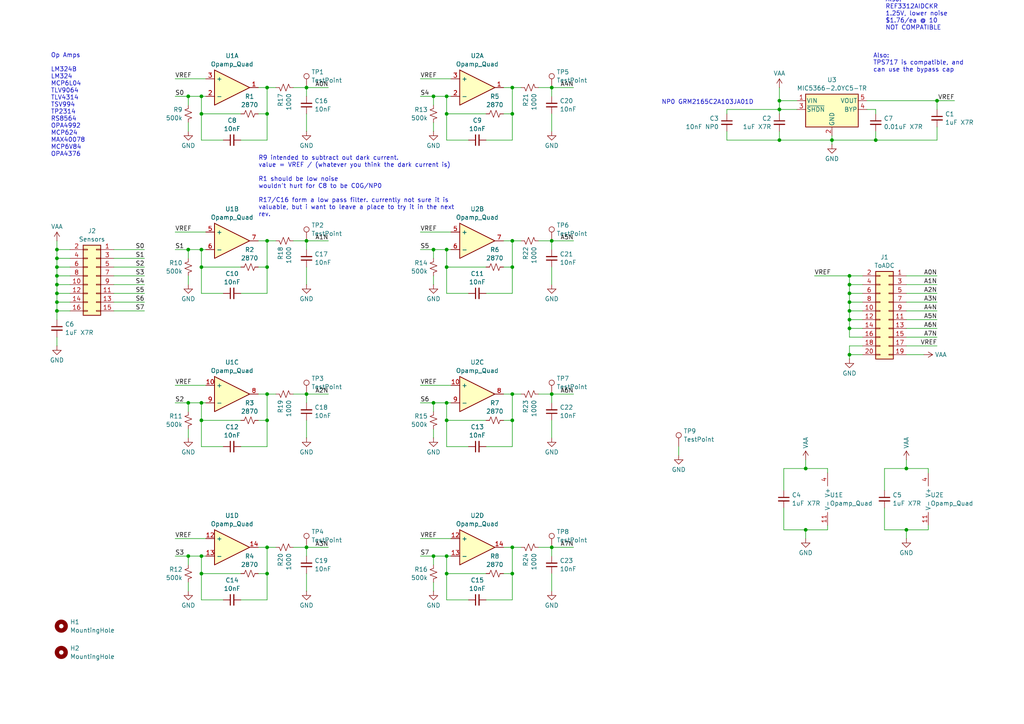
<source format=kicad_sch>
(kicad_sch (version 20231120) (generator "eeschema") (generator_version "8.0")
  (paper "A4")
  (lib_symbols
    (symbol "Connector:TestPoint" (pin_numbers hide) (pin_names (offset 0.762) hide)
      (property "Reference" "TP" (at 0 6.858 0))
      (property "Value" "TestPoint" (at 0 5.08 0))
      (symbol "TestPoint_1_1"
        (pin passive line (at 0 0 90) (length 2.54) (name "1") (number "1"))
      )
    )
    (symbol "Connector_Generic:Conn_02x08_Odd_Even" (pin_names (offset 1.016) hide)
      (property "Reference" "J" (at 1.27 10.16 0))
      (property "Value" "Conn_02x08_Odd_Even" (at 1.27 -12.7 0))
      (symbol "Conn_02x08_Odd_Even_1_1"
        (pin passive line (at -5.08 7.62 0) (length 3.81) (name "Pin_1") (number "1"))
        (pin passive line (at 7.62 -2.54 180) (length 3.81) (name "Pin_10") (number "10"))
        (pin passive line (at -5.08 -5.08 0) (length 3.81) (name "Pin_11") (number "11"))
        (pin passive line (at 7.62 -5.08 180) (length 3.81) (name "Pin_12") (number "12"))
        (pin passive line (at -5.08 -7.62 0) (length 3.81) (name "Pin_13") (number "13"))
        (pin passive line (at 7.62 -7.62 180) (length 3.81) (name "Pin_14") (number "14"))
        (pin passive line (at -5.08 -10.16 0) (length 3.81) (name "Pin_15") (number "15"))
        (pin passive line (at 7.62 -10.16 180) (length 3.81) (name "Pin_16") (number "16"))
        (pin passive line (at 7.62 7.62 180) (length 3.81) (name "Pin_2") (number "2"))
        (pin passive line (at -5.08 5.08 0) (length 3.81) (name "Pin_3") (number "3"))
        (pin passive line (at 7.62 5.08 180) (length 3.81) (name "Pin_4") (number "4"))
        (pin passive line (at -5.08 2.54 0) (length 3.81) (name "Pin_5") (number "5"))
        (pin passive line (at 7.62 2.54 180) (length 3.81) (name "Pin_6") (number "6"))
        (pin passive line (at -5.08 0 0) (length 3.81) (name "Pin_7") (number "7"))
        (pin passive line (at 7.62 0 180) (length 3.81) (name "Pin_8") (number "8"))
        (pin passive line (at -5.08 -2.54 0) (length 3.81) (name "Pin_9") (number "9"))
      )
    )
    (symbol "Connector_Generic:Conn_02x10_Odd_Even" (pin_names (offset 1.016) hide)
      (property "Reference" "J" (at 1.27 12.7 0))
      (property "Value" "Conn_02x10_Odd_Even" (at 1.27 -15.24 0))
      (symbol "Conn_02x10_Odd_Even_1_1"
        (pin passive line (at -5.08 10.16 0) (length 3.81) (name "Pin_1") (number "1"))
        (pin passive line (at 7.62 0 180) (length 3.81) (name "Pin_10") (number "10"))
        (pin passive line (at -5.08 -2.54 0) (length 3.81) (name "Pin_11") (number "11"))
        (pin passive line (at 7.62 -2.54 180) (length 3.81) (name "Pin_12") (number "12"))
        (pin passive line (at -5.08 -5.08 0) (length 3.81) (name "Pin_13") (number "13"))
        (pin passive line (at 7.62 -5.08 180) (length 3.81) (name "Pin_14") (number "14"))
        (pin passive line (at -5.08 -7.62 0) (length 3.81) (name "Pin_15") (number "15"))
        (pin passive line (at 7.62 -7.62 180) (length 3.81) (name "Pin_16") (number "16"))
        (pin passive line (at -5.08 -10.16 0) (length 3.81) (name "Pin_17") (number "17"))
        (pin passive line (at 7.62 -10.16 180) (length 3.81) (name "Pin_18") (number "18"))
        (pin passive line (at -5.08 -12.7 0) (length 3.81) (name "Pin_19") (number "19"))
        (pin passive line (at 7.62 10.16 180) (length 3.81) (name "Pin_2") (number "2"))
        (pin passive line (at 7.62 -12.7 180) (length 3.81) (name "Pin_20") (number "20"))
        (pin passive line (at -5.08 7.62 0) (length 3.81) (name "Pin_3") (number "3"))
        (pin passive line (at 7.62 7.62 180) (length 3.81) (name "Pin_4") (number "4"))
        (pin passive line (at -5.08 5.08 0) (length 3.81) (name "Pin_5") (number "5"))
        (pin passive line (at 7.62 5.08 180) (length 3.81) (name "Pin_6") (number "6"))
        (pin passive line (at -5.08 2.54 0) (length 3.81) (name "Pin_7") (number "7"))
        (pin passive line (at 7.62 2.54 180) (length 3.81) (name "Pin_8") (number "8"))
        (pin passive line (at -5.08 0 0) (length 3.81) (name "Pin_9") (number "9"))
      )
    )
    (symbol "Device:C_Small" (pin_numbers hide) (pin_names (offset 0.254) hide)
      (property "Reference" "C" (at 0.254 1.778 0))
      (property "Value" "C_Small" (at 0.254 -2.032 0))
      (symbol "C_Small_1_1"
        (pin passive line (at 0 2.54 270) (length 2.032) (name "~") (number "1"))
        (pin passive line (at 0 -2.54 90) (length 2.032) (name "~") (number "2"))
      )
    )
    (symbol "Device:Opamp_Quad"
      (property "Reference" "U" (at 0 5.08 0))
      (property "Value" "Opamp_Quad" (at 0 -5.08 0))
      (symbol "Opamp_Quad_1_1"
        (pin output line (at 7.62 0 180) (length 2.54) (name "~") (number "1"))
        (pin input line (at -7.62 -2.54 0) (length 2.54) (name "-") (number "2"))
        (pin input line (at -7.62 2.54 0) (length 2.54) (name "+") (number "3"))
      )
      (symbol "Opamp_Quad_2_1"
        (pin input line (at -7.62 2.54 0) (length 2.54) (name "+") (number "5"))
        (pin input line (at -7.62 -2.54 0) (length 2.54) (name "-") (number "6"))
        (pin output line (at 7.62 0 180) (length 2.54) (name "~") (number "7"))
      )
      (symbol "Opamp_Quad_3_1"
        (pin input line (at -7.62 2.54 0) (length 2.54) (name "+") (number "10"))
        (pin output line (at 7.62 0 180) (length 2.54) (name "~") (number "8"))
        (pin input line (at -7.62 -2.54 0) (length 2.54) (name "-") (number "9"))
      )
      (symbol "Opamp_Quad_4_1"
        (pin input line (at -7.62 2.54 0) (length 2.54) (name "+") (number "12"))
        (pin input line (at -7.62 -2.54 0) (length 2.54) (name "-") (number "13"))
        (pin output line (at 7.62 0 180) (length 2.54) (name "~") (number "14"))
      )
      (symbol "Opamp_Quad_5_1"
        (pin power_in line (at -2.54 -7.62 90) (length 3.81) (name "V-") (number "11"))
        (pin power_in line (at -2.54 7.62 270) (length 3.81) (name "V+") (number "4"))
      )
    )
    (symbol "Device:R_Small_US" (pin_numbers hide) (pin_names (offset 0.254) hide)
      (property "Reference" "R" (at 0.762 0.508 0))
      (property "Value" "R_Small_US" (at 0.762 -1.016 0))
      (symbol "R_Small_US_1_1"
        (pin passive line (at 0 2.54 270) (length 1.016) (name "~") (number "1"))
        (pin passive line (at 0 -2.54 90) (length 1.016) (name "~") (number "2"))
      )
    )
    (symbol "Mechanical:MountingHole" (pin_names (offset 1.016)) (exclude_from_sim yes) (in_bom no)
      (property "Reference" "H" (at 0 5.08 0))
      (property "Value" "MountingHole" (at 0 3.175 0))
    )
    (symbol "Regulator_Linear:APE8865U5-20-HF-3" (pin_names (offset 0.254))
      (property "Reference" "U" (at -6.35 5.715 0))
      (property "Value" "APE8865U5-20-HF-3" (at -3.175 5.715 0))
      (symbol "APE8865U5-20-HF-3_1_1"
        (pin power_in line (at -10.16 2.54 0) (length 2.54) (name "VIN") (number "1"))
        (pin power_in line (at 0 -7.62 90) (length 2.54) (name "GND") (number "2"))
        (pin input line (at -10.16 0 0) (length 2.54) (name "~{SHDN}") (number "3"))
        (pin input line (at 10.16 0 180) (length 2.54) (name "BYP") (number "4"))
        (pin power_out line (at 10.16 2.54 180) (length 2.54) (name "VOUT") (number "5"))
      )
    )
    (symbol "power:GND" (power) (pin_numbers hide) (pin_names (offset 0) hide)
      (property "Value" "GND" (at 0 -3.81 0))
      (symbol "GND_1_1"
        (pin power_in line (at 0 0 270) (length 0) (name "~") (number "1"))
      )
    )
    (symbol "power:VAA" (power) (pin_numbers hide) (pin_names (offset 0) hide)
      (property "Value" "VAA" (at 0 3.556 0))
      (symbol "VAA_1_1"
        (pin power_in line (at 0 0 90) (length 0) (name "~") (number "1"))
      )
    )
  )
  (junction (at 129.54 77.47))
  (junction (at 271.78 29.21))
  (junction (at 233.68 153.67))
  (junction (at 148.59 33.02))
  (junction (at 88.9 69.85))
  (junction (at 246.38 87.63))
  (junction (at 148.59 121.92))
  (junction (at 160.02 158.75))
  (junction (at 77.47 69.85))
  (junction (at 129.54 161.29))
  (junction (at 16.51 85.09))
  (junction (at 246.38 85.09))
  (junction (at 16.51 77.47))
  (junction (at 77.47 77.47))
  (junction (at 148.59 69.85))
  (junction (at 58.42 33.02))
  (junction (at 16.51 74.93))
  (junction (at 129.54 121.92))
  (junction (at 88.9 158.75))
  (junction (at 54.61 161.29))
  (junction (at 148.59 114.3))
  (junction (at 125.73 27.94))
  (junction (at 54.61 72.39))
  (junction (at 129.54 33.02))
  (junction (at 58.42 166.37))
  (junction (at 125.73 161.29))
  (junction (at 246.38 90.17))
  (junction (at 77.47 158.75))
  (junction (at 54.61 27.94))
  (junction (at 58.42 161.29))
  (junction (at 16.51 87.63))
  (junction (at 129.54 72.39))
  (junction (at 129.54 116.84))
  (junction (at 241.3 40.64))
  (junction (at 148.59 25.4))
  (junction (at 129.54 166.37))
  (junction (at 262.89 153.67))
  (junction (at 246.38 92.71))
  (junction (at 125.73 72.39))
  (junction (at 77.47 121.92))
  (junction (at 160.02 114.3))
  (junction (at 58.42 116.84))
  (junction (at 246.38 80.01))
  (junction (at 88.9 114.3))
  (junction (at 125.73 116.84))
  (junction (at 226.06 31.75))
  (junction (at 58.42 72.39))
  (junction (at 77.47 166.37))
  (junction (at 226.06 29.21))
  (junction (at 88.9 25.4))
  (junction (at 160.02 69.85))
  (junction (at 148.59 158.75))
  (junction (at 233.68 135.89))
  (junction (at 16.51 82.55))
  (junction (at 254 40.64))
  (junction (at 16.51 80.01))
  (junction (at 226.06 40.64))
  (junction (at 160.02 25.4))
  (junction (at 77.47 25.4))
  (junction (at 16.51 90.17))
  (junction (at 16.51 72.39))
  (junction (at 129.54 27.94))
  (junction (at 54.61 116.84))
  (junction (at 58.42 77.47))
  (junction (at 262.89 135.89))
  (junction (at 246.38 95.25))
  (junction (at 77.47 33.02))
  (junction (at 58.42 27.94))
  (junction (at 77.47 114.3))
  (junction (at 246.38 82.55))
  (junction (at 246.38 102.87))
  (junction (at 148.59 77.47))
  (junction (at 58.42 121.92))
  (junction (at 148.59 166.37))
  (wire (pts (xy 64.77 85.09) (xy 58.42 85.09)))
  (wire (pts (xy 233.68 135.89) (xy 240.03 135.89)))
  (wire (pts (xy 130.81 156.21) (xy 121.92 156.21)))
  (wire (pts (xy 85.09 114.3) (xy 88.9 114.3)))
  (wire (pts (xy 16.51 80.01) (xy 16.51 82.55)))
  (wire (pts (xy 88.9 25.4) (xy 95.25 25.4)))
  (wire (pts (xy 85.09 69.85) (xy 88.9 69.85)))
  (wire (pts (xy 16.51 97.79) (xy 16.51 100.33)))
  (wire (pts (xy 146.05 25.4) (xy 148.59 25.4)))
  (wire (pts (xy 246.38 90.17) (xy 250.19 90.17)))
  (wire (pts (xy 130.81 22.86) (xy 121.92 22.86)))
  (wire (pts (xy 54.61 80.01) (xy 54.61 82.55)))
  (wire (pts (xy 241.3 39.37) (xy 241.3 40.64)))
  (wire (pts (xy 148.59 40.64) (xy 148.59 33.02)))
  (wire (pts (xy 227.33 147.32) (xy 227.33 153.67)))
  (wire (pts (xy 227.33 135.89) (xy 233.68 135.89)))
  (wire (pts (xy 251.46 29.21) (xy 271.78 29.21)))
  (wire (pts (xy 256.54 142.24) (xy 256.54 135.89)))
  (wire (pts (xy 88.9 77.47) (xy 88.9 82.55)))
  (wire (pts (xy 246.38 82.55) (xy 246.38 85.09)))
  (wire (pts (xy 146.05 121.92) (xy 148.59 121.92)))
  (wire (pts (xy 254 38.1) (xy 254 40.64)))
  (wire (pts (xy 246.38 102.87) (xy 250.19 102.87)))
  (wire (pts (xy 77.47 173.99) (xy 77.47 166.37)))
  (wire (pts (xy 246.38 85.09) (xy 250.19 85.09)))
  (wire (pts (xy 125.73 116.84) (xy 129.54 116.84)))
  (wire (pts (xy 64.77 129.54) (xy 58.42 129.54)))
  (wire (pts (xy 20.32 82.55) (xy 16.51 82.55)))
  (wire (pts (xy 256.54 147.32) (xy 256.54 153.67)))
  (wire (pts (xy 140.97 173.99) (xy 148.59 173.99)))
  (wire (pts (xy 148.59 85.09) (xy 148.59 77.47)))
  (wire (pts (xy 262.89 135.89) (xy 269.24 135.89)))
  (wire (pts (xy 135.89 40.64) (xy 129.54 40.64)))
  (wire (pts (xy 58.42 33.02) (xy 58.42 27.94)))
  (wire (pts (xy 135.89 85.09) (xy 129.54 85.09)))
  (wire (pts (xy 262.89 102.87) (xy 267.97 102.87)))
  (wire (pts (xy 16.51 77.47) (xy 16.51 80.01)))
  (wire (pts (xy 59.69 111.76) (xy 50.8 111.76)))
  (wire (pts (xy 241.3 40.64) (xy 241.3 41.91)))
  (wire (pts (xy 246.38 85.09) (xy 246.38 87.63)))
  (wire (pts (xy 58.42 85.09) (xy 58.42 77.47)))
  (wire (pts (xy 262.89 133.35) (xy 262.89 135.89)))
  (wire (pts (xy 160.02 77.47) (xy 160.02 82.55)))
  (wire (pts (xy 125.73 161.29) (xy 129.54 161.29)))
  (wire (pts (xy 246.38 95.25) (xy 246.38 97.79)))
  (wire (pts (xy 74.93 158.75) (xy 77.47 158.75)))
  (wire (pts (xy 77.47 85.09) (xy 77.47 77.47)))
  (wire (pts (xy 88.9 69.85) (xy 88.9 72.39)))
  (wire (pts (xy 69.85 33.02) (xy 58.42 33.02)))
  (wire (pts (xy 125.73 27.94) (xy 125.73 30.48)))
  (wire (pts (xy 16.51 72.39) (xy 16.51 74.93)))
  (wire (pts (xy 246.38 87.63) (xy 246.38 90.17)))
  (wire (pts (xy 246.38 82.55) (xy 250.19 82.55)))
  (wire (pts (xy 160.02 158.75) (xy 160.02 161.29)))
  (wire (pts (xy 246.38 90.17) (xy 246.38 92.71)))
  (wire (pts (xy 160.02 69.85) (xy 160.02 72.39)))
  (wire (pts (xy 146.05 158.75) (xy 148.59 158.75)))
  (wire (pts (xy 54.61 27.94) (xy 58.42 27.94)))
  (wire (pts (xy 160.02 166.37) (xy 160.02 171.45)))
  (wire (pts (xy 246.38 95.25) (xy 250.19 95.25)))
  (wire (pts (xy 54.61 168.91) (xy 54.61 171.45)))
  (wire (pts (xy 130.81 111.76) (xy 121.92 111.76)))
  (wire (pts (xy 77.47 114.3) (xy 77.47 121.92)))
  (wire (pts (xy 227.33 153.67) (xy 233.68 153.67)))
  (wire (pts (xy 69.85 77.47) (xy 58.42 77.47)))
  (wire (pts (xy 254 40.64) (xy 241.3 40.64)))
  (wire (pts (xy 156.21 114.3) (xy 160.02 114.3)))
  (wire (pts (xy 148.59 114.3) (xy 151.13 114.3)))
  (wire (pts (xy 129.54 72.39) (xy 130.81 72.39)))
  (wire (pts (xy 146.05 166.37) (xy 148.59 166.37)))
  (wire (pts (xy 54.61 161.29) (xy 54.61 163.83)))
  (wire (pts (xy 262.89 100.33) (xy 271.78 100.33)))
  (wire (pts (xy 125.73 124.46) (xy 125.73 127)))
  (wire (pts (xy 146.05 69.85) (xy 148.59 69.85)))
  (wire (pts (xy 41.91 87.63) (xy 33.02 87.63)))
  (wire (pts (xy 58.42 27.94) (xy 59.69 27.94)))
  (wire (pts (xy 129.54 129.54) (xy 129.54 121.92)))
  (wire (pts (xy 129.54 166.37) (xy 129.54 161.29)))
  (wire (pts (xy 58.42 129.54) (xy 58.42 121.92)))
  (wire (pts (xy 129.54 77.47) (xy 129.54 72.39)))
  (wire (pts (xy 41.91 82.55) (xy 33.02 82.55)))
  (wire (pts (xy 246.38 92.71) (xy 250.19 92.71)))
  (wire (pts (xy 129.54 85.09) (xy 129.54 77.47)))
  (wire (pts (xy 140.97 40.64) (xy 148.59 40.64)))
  (wire (pts (xy 129.54 161.29) (xy 130.81 161.29)))
  (wire (pts (xy 160.02 25.4) (xy 160.02 27.94)))
  (wire (pts (xy 125.73 35.56) (xy 125.73 38.1)))
  (wire (pts (xy 77.47 158.75) (xy 80.01 158.75)))
  (wire (pts (xy 50.8 27.94) (xy 54.61 27.94)))
  (wire (pts (xy 16.51 85.09) (xy 16.51 87.63)))
  (wire (pts (xy 210.82 38.1) (xy 210.82 40.64)))
  (wire (pts (xy 20.32 85.09) (xy 16.51 85.09)))
  (wire (pts (xy 226.06 38.1) (xy 226.06 40.64)))
  (wire (pts (xy 125.73 168.91) (xy 125.73 171.45)))
  (wire (pts (xy 54.61 72.39) (xy 54.61 74.93)))
  (wire (pts (xy 140.97 77.47) (xy 129.54 77.47)))
  (wire (pts (xy 156.21 25.4) (xy 160.02 25.4)))
  (wire (pts (xy 140.97 129.54) (xy 148.59 129.54)))
  (wire (pts (xy 64.77 173.99) (xy 58.42 173.99)))
  (wire (pts (xy 254 31.75) (xy 254 33.02)))
  (wire (pts (xy 69.85 173.99) (xy 77.47 173.99)))
  (wire (pts (xy 41.91 74.93) (xy 33.02 74.93)))
  (wire (pts (xy 58.42 116.84) (xy 59.69 116.84)))
  (wire (pts (xy 156.21 69.85) (xy 160.02 69.85)))
  (wire (pts (xy 77.47 114.3) (xy 80.01 114.3)))
  (wire (pts (xy 54.61 27.94) (xy 54.61 30.48)))
  (wire (pts (xy 88.9 114.3) (xy 95.25 114.3)))
  (wire (pts (xy 88.9 25.4) (xy 88.9 27.94)))
  (wire (pts (xy 59.69 67.31) (xy 50.8 67.31)))
  (wire (pts (xy 16.51 82.55) (xy 16.51 85.09)))
  (wire (pts (xy 240.03 135.89) (xy 240.03 137.16)))
  (wire (pts (xy 54.61 35.56) (xy 54.61 38.1)))
  (wire (pts (xy 226.06 25.4) (xy 226.06 29.21)))
  (wire (pts (xy 226.06 31.75) (xy 231.14 31.75)))
  (wire (pts (xy 246.38 102.87) (xy 246.38 104.14)))
  (wire (pts (xy 233.68 133.35) (xy 233.68 135.89)))
  (wire (pts (xy 41.91 80.01) (xy 33.02 80.01)))
  (wire (pts (xy 16.51 90.17) (xy 16.51 92.71)))
  (wire (pts (xy 125.73 27.94) (xy 129.54 27.94)))
  (wire (pts (xy 121.92 116.84) (xy 125.73 116.84)))
  (wire (pts (xy 58.42 121.92) (xy 58.42 116.84)))
  (wire (pts (xy 129.54 116.84) (xy 130.81 116.84)))
  (wire (pts (xy 121.92 27.94) (xy 125.73 27.94)))
  (wire (pts (xy 140.97 166.37) (xy 129.54 166.37)))
  (wire (pts (xy 148.59 129.54) (xy 148.59 121.92)))
  (wire (pts (xy 77.47 69.85) (xy 77.47 77.47)))
  (wire (pts (xy 125.73 72.39) (xy 129.54 72.39)))
  (wire (pts (xy 69.85 85.09) (xy 77.47 85.09)))
  (wire (pts (xy 74.93 166.37) (xy 77.47 166.37)))
  (wire (pts (xy 226.06 31.75) (xy 226.06 33.02)))
  (wire (pts (xy 146.05 114.3) (xy 148.59 114.3)))
  (wire (pts (xy 20.32 77.47) (xy 16.51 77.47)))
  (wire (pts (xy 88.9 166.37) (xy 88.9 171.45)))
  (wire (pts (xy 148.59 173.99) (xy 148.59 166.37)))
  (wire (pts (xy 74.93 77.47) (xy 77.47 77.47)))
  (wire (pts (xy 140.97 33.02) (xy 129.54 33.02)))
  (wire (pts (xy 69.85 121.92) (xy 58.42 121.92)))
  (wire (pts (xy 262.89 153.67) (xy 269.24 153.67)))
  (wire (pts (xy 233.68 153.67) (xy 240.03 153.67)))
  (wire (pts (xy 262.89 85.09) (xy 271.78 85.09)))
  (wire (pts (xy 269.24 153.67) (xy 269.24 152.4)))
  (wire (pts (xy 125.73 80.01) (xy 125.73 82.55)))
  (wire (pts (xy 148.59 69.85) (xy 151.13 69.85)))
  (wire (pts (xy 246.38 97.79) (xy 250.19 97.79)))
  (wire (pts (xy 262.89 95.25) (xy 271.78 95.25)))
  (wire (pts (xy 69.85 40.64) (xy 77.47 40.64)))
  (wire (pts (xy 160.02 33.02) (xy 160.02 38.1)))
  (wire (pts (xy 148.59 69.85) (xy 148.59 77.47)))
  (wire (pts (xy 148.59 25.4) (xy 148.59 33.02)))
  (wire (pts (xy 129.54 121.92) (xy 129.54 116.84)))
  (wire (pts (xy 74.93 25.4) (xy 77.47 25.4)))
  (wire (pts (xy 262.89 87.63) (xy 271.78 87.63)))
  (wire (pts (xy 41.91 90.17) (xy 33.02 90.17)))
  (wire (pts (xy 276.86 29.21) (xy 271.78 29.21)))
  (wire (pts (xy 256.54 153.67) (xy 262.89 153.67)))
  (wire (pts (xy 41.91 77.47) (xy 33.02 77.47)))
  (wire (pts (xy 196.85 129.54) (xy 196.85 132.08)))
  (wire (pts (xy 262.89 90.17) (xy 271.78 90.17)))
  (wire (pts (xy 58.42 161.29) (xy 59.69 161.29)))
  (wire (pts (xy 88.9 114.3) (xy 88.9 116.84)))
  (wire (pts (xy 251.46 31.75) (xy 254 31.75)))
  (wire (pts (xy 160.02 25.4) (xy 166.37 25.4)))
  (wire (pts (xy 20.32 87.63) (xy 16.51 87.63)))
  (wire (pts (xy 210.82 33.02) (xy 210.82 31.75)))
  (wire (pts (xy 160.02 121.92) (xy 160.02 127)))
  (wire (pts (xy 77.47 129.54) (xy 77.47 121.92)))
  (wire (pts (xy 74.93 121.92) (xy 77.47 121.92)))
  (wire (pts (xy 233.68 153.67) (xy 233.68 156.21)))
  (wire (pts (xy 135.89 129.54) (xy 129.54 129.54)))
  (wire (pts (xy 227.33 142.24) (xy 227.33 135.89)))
  (wire (pts (xy 58.42 40.64) (xy 58.42 33.02)))
  (wire (pts (xy 210.82 40.64) (xy 226.06 40.64)))
  (wire (pts (xy 59.69 22.86) (xy 50.8 22.86)))
  (wire (pts (xy 262.89 97.79) (xy 271.78 97.79)))
  (wire (pts (xy 148.59 158.75) (xy 151.13 158.75)))
  (wire (pts (xy 54.61 116.84) (xy 54.61 119.38)))
  (wire (pts (xy 246.38 80.01) (xy 250.19 80.01)))
  (wire (pts (xy 50.8 116.84) (xy 54.61 116.84)))
  (wire (pts (xy 16.51 90.17) (xy 20.32 90.17)))
  (wire (pts (xy 271.78 29.21) (xy 271.78 31.75)))
  (wire (pts (xy 129.54 173.99) (xy 129.54 166.37)))
  (wire (pts (xy 41.91 85.09) (xy 33.02 85.09)))
  (wire (pts (xy 54.61 72.39) (xy 58.42 72.39)))
  (wire (pts (xy 148.59 25.4) (xy 151.13 25.4)))
  (wire (pts (xy 88.9 69.85) (xy 95.25 69.85)))
  (wire (pts (xy 146.05 77.47) (xy 148.59 77.47)))
  (wire (pts (xy 148.59 158.75) (xy 148.59 166.37)))
  (wire (pts (xy 77.47 25.4) (xy 77.47 33.02)))
  (wire (pts (xy 77.47 25.4) (xy 80.01 25.4)))
  (wire (pts (xy 269.24 135.89) (xy 269.24 137.16)))
  (wire (pts (xy 246.38 87.63) (xy 250.19 87.63)))
  (wire (pts (xy 54.61 124.46) (xy 54.61 127)))
  (wire (pts (xy 256.54 135.89) (xy 262.89 135.89)))
  (wire (pts (xy 58.42 77.47) (xy 58.42 72.39)))
  (wire (pts (xy 135.89 173.99) (xy 129.54 173.99)))
  (wire (pts (xy 50.8 161.29) (xy 54.61 161.29)))
  (wire (pts (xy 236.22 80.01) (xy 246.38 80.01)))
  (wire (pts (xy 129.54 40.64) (xy 129.54 33.02)))
  (wire (pts (xy 140.97 85.09) (xy 148.59 85.09)))
  (wire (pts (xy 146.05 33.02) (xy 148.59 33.02)))
  (wire (pts (xy 16.51 74.93) (xy 16.51 77.47)))
  (wire (pts (xy 240.03 153.67) (xy 240.03 152.4)))
  (wire (pts (xy 125.73 116.84) (xy 125.73 119.38)))
  (wire (pts (xy 246.38 100.33) (xy 250.19 100.33)))
  (wire (pts (xy 262.89 82.55) (xy 271.78 82.55)))
  (wire (pts (xy 74.93 69.85) (xy 77.47 69.85)))
  (wire (pts (xy 140.97 121.92) (xy 129.54 121.92)))
  (wire (pts (xy 160.02 158.75) (xy 166.37 158.75)))
  (wire (pts (xy 88.9 158.75) (xy 95.25 158.75)))
  (wire (pts (xy 226.06 29.21) (xy 226.06 31.75)))
  (wire (pts (xy 156.21 158.75) (xy 160.02 158.75)))
  (wire (pts (xy 16.51 69.85) (xy 16.51 72.39)))
  (wire (pts (xy 148.59 114.3) (xy 148.59 121.92)))
  (wire (pts (xy 246.38 80.01) (xy 246.38 82.55)))
  (wire (pts (xy 88.9 33.02) (xy 88.9 38.1)))
  (wire (pts (xy 262.89 80.01) (xy 271.78 80.01)))
  (wire (pts (xy 160.02 114.3) (xy 160.02 116.84)))
  (wire (pts (xy 271.78 36.83) (xy 271.78 40.64)))
  (wire (pts (xy 121.92 72.39) (xy 125.73 72.39)))
  (wire (pts (xy 77.47 69.85) (xy 80.01 69.85)))
  (wire (pts (xy 226.06 29.21) (xy 231.14 29.21)))
  (wire (pts (xy 125.73 161.29) (xy 125.73 163.83)))
  (wire (pts (xy 85.09 25.4) (xy 88.9 25.4)))
  (wire (pts (xy 125.73 72.39) (xy 125.73 74.93)))
  (wire (pts (xy 16.51 87.63) (xy 16.51 90.17)))
  (wire (pts (xy 59.69 156.21) (xy 50.8 156.21)))
  (wire (pts (xy 210.82 31.75) (xy 226.06 31.75)))
  (wire (pts (xy 160.02 114.3) (xy 166.37 114.3)))
  (wire (pts (xy 20.32 72.39) (xy 16.51 72.39)))
  (wire (pts (xy 160.02 69.85) (xy 166.37 69.85)))
  (wire (pts (xy 129.54 33.02) (xy 129.54 27.94)))
  (wire (pts (xy 69.85 166.37) (xy 58.42 166.37)))
  (wire (pts (xy 77.47 40.64) (xy 77.47 33.02)))
  (wire (pts (xy 54.61 161.29) (xy 58.42 161.29)))
  (wire (pts (xy 246.38 100.33) (xy 246.38 102.87)))
  (wire (pts (xy 130.81 67.31) (xy 121.92 67.31)))
  (wire (pts (xy 69.85 129.54) (xy 77.47 129.54)))
  (wire (pts (xy 74.93 114.3) (xy 77.47 114.3)))
  (wire (pts (xy 88.9 158.75) (xy 88.9 161.29)))
  (wire (pts (xy 226.06 40.64) (xy 241.3 40.64)))
  (wire (pts (xy 50.8 72.39) (xy 54.61 72.39)))
  (wire (pts (xy 74.93 33.02) (xy 77.47 33.02)))
  (wire (pts (xy 20.32 74.93) (xy 16.51 74.93)))
  (wire (pts (xy 121.92 161.29) (xy 125.73 161.29)))
  (wire (pts (xy 64.77 40.64) (xy 58.42 40.64)))
  (wire (pts (xy 254 40.64) (xy 271.78 40.64)))
  (wire (pts (xy 77.47 158.75) (xy 77.47 166.37)))
  (wire (pts (xy 20.32 80.01) (xy 16.51 80.01)))
  (wire (pts (xy 41.91 72.39) (xy 33.02 72.39)))
  (wire (pts (xy 58.42 173.99) (xy 58.42 166.37)))
  (wire (pts (xy 262.89 153.67) (xy 262.89 156.21)))
  (wire (pts (xy 262.89 92.71) (xy 271.78 92.71)))
  (wire (pts (xy 58.42 166.37) (xy 58.42 161.29)))
  (wire (pts (xy 88.9 121.92) (xy 88.9 127)))
  (wire (pts (xy 54.61 116.84) (xy 58.42 116.84)))
  (wire (pts (xy 58.42 72.39) (xy 59.69 72.39)))
  (wire (pts (xy 85.09 158.75) (xy 88.9 158.75)))
  (wire (pts (xy 129.54 27.94) (xy 130.81 27.94)))
  (wire (pts (xy 246.38 92.71) (xy 246.38 95.25)))
  (text "R9 intended to subtract out dark current.\nvalue = VREF / (whatever you think the dark current is)\n\nR1 should be low noise\nwouldn't hurt for C8 to be C0G/NP0\n\nR17/C16 form a low pass filter. currently not sure it is\nvaluable, but i want to leave a place to try it in the next\nrev." (at 74.93 54.102 0) (effects (font (size 1.27 1.27)) (justify left)))
  (text "Also:\nTPS717 is compatible, and\ncan use the bypass cap" (at 253.238 18.288 0) (effects (font (size 1.27 1.27)) (justify left)))
  (text "Also:\nREF3312AIDCKR\n1.25V, lower noise\n$1.76/ea @ 10\nNOT COMPATIBLE" (at 256.794 4.064 0) (effects (font (size 1.27 1.27)) (justify left)))
  (text "Op Amps\n\nLM324B\nLM324\nMCP6L04\nTLV9064\nTLV4314\nTSV994\nTP2314\nRS8564\nOPA4992\nMCP624\nMAX40078\nMCP6V84\nOPA4376" (at 14.732 30.48 0) (effects (font (size 1.27 1.27)) (justify left)))
  (text "NP0 GRM2165C2A103JA01D" (at 205.232 29.718 0) (effects (font (size 1.27 1.27))))
  (label "VREF" (at 50.8 156.21 0))
  (label "A7N" (at 271.78 97.79 180))
  (label "VREF" (at 50.8 22.86 0))
  (label "S1" (at 41.91 74.93 180))
  (label "A1N" (at 95.25 69.85 180))
  (label "A2N" (at 271.78 85.09 180))
  (label "S0" (at 41.91 72.39 180))
  (label "A0N" (at 271.78 80.01 180))
  (label "A7N" (at 166.37 158.75 180))
  (label "VREF" (at 121.92 111.76 0))
  (label "A4N" (at 166.37 25.4 180))
  (label "S3" (at 41.91 80.01 180))
  (label "S7" (at 41.91 90.17 180))
  (label "S1" (at 50.8 72.39 0))
  (label "A5N" (at 166.37 69.85 180))
  (label "S7" (at 121.92 161.29 0))
  (label "VREF" (at 121.92 67.31 0))
  (label "A0N" (at 95.25 25.4 180))
  (label "A6N" (at 271.78 95.25 180))
  (label "S6" (at 121.92 116.84 0))
  (label "VREF" (at 121.92 156.21 0))
  (label "S4" (at 41.91 82.55 180))
  (label "S3" (at 50.8 161.29 0))
  (label "S2" (at 50.8 116.84 0))
  (label "S5" (at 41.91 85.09 180))
  (label "A2N" (at 95.25 114.3 180))
  (label "A1N" (at 271.78 82.55 180))
  (label "VREF" (at 236.22 80.01 0))
  (label "S5" (at 121.92 72.39 0))
  (label "A6N" (at 166.37 114.3 180))
  (label "A3N" (at 95.25 158.75 180))
  (label "A3N" (at 271.78 87.63 180))
  (label "VREF" (at 276.86 29.21 180))
  (label "A5N" (at 271.78 92.71 180))
  (label "VREF" (at 50.8 111.76 0))
  (label "S4" (at 121.92 27.94 0))
  (label "VREF" (at 271.78 100.33 180))
  (label "S6" (at 41.91 87.63 180))
  (label "S0" (at 50.8 27.94 0))
  (label "A4N" (at 271.78 90.17 180))
  (label "VREF" (at 50.8 67.31 0))
  (label "VREF" (at 121.92 22.86 0))
  (label "S2" (at 41.91 77.47 180))
  (symbol (lib_id "power:GND") (at 160.02 171.45 0) (unit 1)
    (property "Reference" "#PWR026" (effects (hide yes)))
    (property "Value" "GND" (at 160.02 175.5831 0))
    (property "Description" "Power symbol creates a global label with name \"GND\" , ground" (effects (hide yes)))
  )
  (symbol (lib_id "Device:R_Small_US") (at 143.51 166.37 90) (unit 1)
    (property "Reference" "R8" (at 143.51 161.3365 90))
    (property "Value" "2870" (at 143.51 163.7608 90))
    (property "Footprint" "Resistor_SMD:R_0805_2012Metric" (effects (hide yes)))
    (property "Description" "Resistor, small US symbol" (effects (hide yes)))
  )
  (symbol (lib_id "Connector:TestPoint") (at 160.02 114.3 0) (unit 1)
    (property "Reference" "TP7" (at 161.417 109.7858 0) (effects (justify left)))
    (property "Value" "TestPoint" (at 161.417 112.2101 0) (effects (justify left)))
    (property "Footprint" "TestPoint:TestPoint_Pad_D2.0mm" (effects (hide yes)))
    (property "Description" "test point" (effects (hide yes)))
  )
  (symbol (lib_id "Device:Opamp_Quad") (at 138.43 114.3 0) (unit 3)
    (property "Reference" "U2" (at 138.43 105.0755 0))
    (property "Value" "Opamp_Quad" (at 138.43 107.4998 0))
    (property "Footprint" "Package_SO:TSSOP-14_4.4x5mm_P0.65mm" (effects (hide yes)))
    (property "Description" "Quad operational amplifier" (effects (hide yes)))
    (property "Sim.Library" "${KICAD7_SYMBOL_DIR}/Simulation_SPICE.sp" (effects (hide yes)))
    (property "Sim.Name" "kicad_builtin_opamp_quad" (effects (hide yes)))
    (property "Sim.Device" "SUBCKT" (effects (hide yes)))
    (property "Sim.Pins" "1=out1 2=in1- 3=in1+ 4=vcc 5=in2+ 6=in2- 7=out2 8=out3 9=in3- 10=in3+ 11=vee 12=in4+ 13=in4- 14=out4" (effects (hide yes)))
  )
  (symbol (lib_id "Device:R_Small_US") (at 143.51 33.02 90) (unit 1)
    (property "Reference" "R5" (at 143.51 27.9865 90))
    (property "Value" "2870" (at 143.51 30.4108 90))
    (property "Footprint" "Resistor_SMD:R_0805_2012Metric" (effects (hide yes)))
    (property "Description" "Resistor, small US symbol" (effects (hide yes)))
  )
  (symbol (lib_id "Connector_Generic:Conn_02x10_Odd_Even") (at 257.81 90.17 0) (mirror y) (unit 1)
    (property "Reference" "J1" (at 256.54 74.5955 0))
    (property "Value" "ToADC" (at 256.54 77.0198 0))
    (property "Footprint" "Connector_PinSocket_2.54mm:PinSocket_2x10_P2.54mm_Vertical" (effects (hide yes)))
    (property "Description" "Generic connector, double row, 02x10, odd/even pin numbering scheme (row 1 odd numbers, row 2 even numbers), script generated (kicad-library-utils/schlib/autogen/connector/)" (effects (hide yes)))
  )
  (symbol (lib_id "Device:C_Small") (at 67.31 40.64 90) (unit 1)
    (property "Reference" "C8" (at 67.3163 34.9334 90))
    (property "Value" "10nF" (at 67.3163 37.3577 90))
    (property "Footprint" "Capacitor_SMD:C_0805_2012Metric" (effects (hide yes)))
    (property "Description" "Unpolarized capacitor, small symbol" (effects (hide yes)))
  )
  (symbol (lib_id "power:GND") (at 262.89 156.21 0) (unit 1)
    (property "Reference" "#PWR09" (effects (hide yes)))
    (property "Value" "GND" (at 262.89 160.3431 0))
    (property "Description" "Power symbol creates a global label with name \"GND\" , ground" (effects (hide yes)))
  )
  (symbol (lib_id "Device:R_Small_US") (at 153.67 69.85 270) (mirror x) (unit 1)
    (property "Reference" "R22" (at 152.4578 71.501 0) (effects (justify right)))
    (property "Value" "1000" (at 154.8821 71.501 0) (effects (justify right)))
    (property "Footprint" "Resistor_SMD:R_0805_2012Metric" (effects (hide yes)))
    (property "Description" "Resistor, small US symbol" (effects (hide yes)))
  )
  (symbol (lib_id "Connector:TestPoint") (at 88.9 25.4 0) (unit 1)
    (property "Reference" "TP1" (at 90.297 20.8858 0) (effects (justify left)))
    (property "Value" "TestPoint" (at 90.297 23.3101 0) (effects (justify left)))
    (property "Footprint" "TestPoint:TestPoint_Pad_D2.0mm" (effects (hide yes)))
    (property "Description" "test point" (effects (hide yes)))
  )
  (symbol (lib_id "power:GND") (at 125.73 171.45 0) (unit 1)
    (property "Reference" "#PWR018" (effects (hide yes)))
    (property "Value" "GND" (at 125.73 175.5831 0))
    (property "Description" "Power symbol creates a global label with name \"GND\" , ground" (effects (hide yes)))
  )
  (symbol (lib_id "Device:R_Small_US") (at 125.73 33.02 0) (mirror x) (unit 1)
    (property "Reference" "R13" (at 124.079 31.8078 0) (effects (justify right)))
    (property "Value" "500k" (at 124.079 34.2321 0) (effects (justify right)))
    (property "Footprint" "Resistor_SMD:R_0805_2012Metric" (effects (hide yes)))
    (property "Description" "Resistor, small US symbol" (effects (hide yes)))
  )
  (symbol (lib_id "Device:R_Small_US") (at 72.39 166.37 90) (unit 1)
    (property "Reference" "R4" (at 72.39 161.3365 90))
    (property "Value" "2870" (at 72.39 163.7608 90))
    (property "Footprint" "Resistor_SMD:R_0805_2012Metric" (effects (hide yes)))
    (property "Description" "Resistor, small US symbol" (effects (hide yes)))
  )
  (symbol (lib_id "Device:R_Small_US") (at 54.61 77.47 0) (mirror x) (unit 1)
    (property "Reference" "R10" (at 52.959 76.2578 0) (effects (justify right)))
    (property "Value" "500k" (at 52.959 78.6821 0) (effects (justify right)))
    (property "Footprint" "Resistor_SMD:R_0805_2012Metric" (effects (hide yes)))
    (property "Description" "Resistor, small US symbol" (effects (hide yes)))
  )
  (symbol (lib_id "Device:R_Small_US") (at 153.67 114.3 270) (mirror x) (unit 1)
    (property "Reference" "R23" (at 152.4578 115.951 0) (effects (justify right)))
    (property "Value" "1000" (at 154.8821 115.951 0) (effects (justify right)))
    (property "Footprint" "Resistor_SMD:R_0805_2012Metric" (effects (hide yes)))
    (property "Description" "Resistor, small US symbol" (effects (hide yes)))
  )
  (symbol (lib_id "Device:C_Small") (at 67.31 85.09 90) (unit 1)
    (property "Reference" "C10" (at 67.3163 79.3834 90))
    (property "Value" "10nF" (at 67.3163 81.8077 90))
    (property "Footprint" "Capacitor_SMD:C_0805_2012Metric" (effects (hide yes)))
    (property "Description" "Unpolarized capacitor, small symbol" (effects (hide yes)))
  )
  (symbol (lib_id "power:GND") (at 125.73 127 0) (unit 1)
    (property "Reference" "#PWR017" (effects (hide yes)))
    (property "Value" "GND" (at 125.73 131.1331 0))
    (property "Description" "Power symbol creates a global label with name \"GND\" , ground" (effects (hide yes)))
  )
  (symbol (lib_id "Device:C_Small") (at 210.82 35.56 0) (mirror y) (unit 1)
    (property "Reference" "C3" (at 208.4959 34.3541 0) (effects (justify left)))
    (property "Value" "10nF NP0" (at 208.4959 36.7784 0) (effects (justify left)))
    (property "Footprint" "Capacitor_SMD:C_0805_2012Metric" (effects (hide yes)))
    (property "Description" "Unpolarized capacitor, small symbol" (effects (hide yes)))
  )
  (symbol (lib_id "Connector:TestPoint") (at 196.85 129.54 0) (unit 1)
    (property "Reference" "TP9" (at 198.247 125.0258 0) (effects (justify left)))
    (property "Value" "TestPoint" (at 198.247 127.4501 0) (effects (justify left)))
    (property "Footprint" "TestPoint:TestPoint_Pad_D2.0mm" (effects (hide yes)))
    (property "Description" "test point" (effects (hide yes)))
  )
  (symbol (lib_id "Device:R_Small_US") (at 153.67 25.4 270) (mirror x) (unit 1)
    (property "Reference" "R21" (at 152.4578 27.051 0) (effects (justify right)))
    (property "Value" "1000" (at 154.8821 27.051 0) (effects (justify right)))
    (property "Footprint" "Resistor_SMD:R_0805_2012Metric" (effects (hide yes)))
    (property "Description" "Resistor, small US symbol" (effects (hide yes)))
  )
  (symbol (lib_id "Device:R_Small_US") (at 125.73 77.47 0) (mirror x) (unit 1)
    (property "Reference" "R14" (at 124.079 76.2578 0) (effects (justify right)))
    (property "Value" "500k" (at 124.079 78.6821 0) (effects (justify right)))
    (property "Footprint" "Resistor_SMD:R_0805_2012Metric" (effects (hide yes)))
    (property "Description" "Resistor, small US symbol" (effects (hide yes)))
  )
  (symbol (lib_id "power:GND") (at 160.02 82.55 0) (unit 1)
    (property "Reference" "#PWR024" (effects (hide yes)))
    (property "Value" "GND" (at 160.02 86.6831 0))
    (property "Description" "Power symbol creates a global label with name \"GND\" , ground" (effects (hide yes)))
  )
  (symbol (lib_id "Device:C_Small") (at 227.33 144.78 0) (unit 1)
    (property "Reference" "C4" (at 229.6541 143.5741 0) (effects (justify left)))
    (property "Value" "1uF X7R" (at 229.6541 145.9984 0) (effects (justify left)))
    (property "Footprint" "Capacitor_SMD:C_0805_2012Metric" (effects (hide yes)))
    (property "Description" "Unpolarized capacitor, small symbol" (effects (hide yes)))
  )
  (symbol (lib_id "Device:Opamp_Quad") (at 138.43 69.85 0) (unit 2)
    (property "Reference" "U2" (at 138.43 60.6255 0))
    (property "Value" "Opamp_Quad" (at 138.43 63.0498 0))
    (property "Footprint" "Package_SO:TSSOP-14_4.4x5mm_P0.65mm" (effects (hide yes)))
    (property "Description" "Quad operational amplifier" (effects (hide yes)))
    (property "Sim.Library" "${KICAD7_SYMBOL_DIR}/Simulation_SPICE.sp" (effects (hide yes)))
    (property "Sim.Name" "kicad_builtin_opamp_quad" (effects (hide yes)))
    (property "Sim.Device" "SUBCKT" (effects (hide yes)))
    (property "Sim.Pins" "1=out1 2=in1- 3=in1+ 4=vcc 5=in2+ 6=in2- 7=out2 8=out3 9=in3- 10=in3+ 11=vee 12=in4+ 13=in4- 14=out4" (effects (hide yes)))
  )
  (symbol (lib_id "power:GND") (at 233.68 156.21 0) (unit 1)
    (property "Reference" "#PWR06" (effects (hide yes)))
    (property "Value" "GND" (at 233.68 160.3431 0))
    (property "Description" "Power symbol creates a global label with name \"GND\" , ground" (effects (hide yes)))
  )
  (symbol (lib_id "Device:C_Small") (at 88.9 119.38 180) (unit 1)
    (property "Reference" "C18" (at 91.2241 118.1614 0) (effects (justify right)))
    (property "Value" "10nF" (at 91.2241 120.5857 0) (effects (justify right)))
    (property "Footprint" "Capacitor_SMD:C_0805_2012Metric" (effects (hide yes)))
    (property "Description" "Unpolarized capacitor, small symbol" (effects (hide yes)))
  )
  (symbol (lib_id "Regulator_Linear:APE8865U5-20-HF-3") (at 241.3 31.75 0) (unit 1)
    (property "Reference" "U3" (at 241.3 23.1605 0))
    (property "Value" "MIC5366-2.0YC5-TR" (at 241.3 25.5848 0))
    (property "Footprint" "Package_TO_SOT_SMD:SOT-353_SC-70-5" (effects (hide yes)))
    (property "Datasheet" "http://www.tme.eu/fr/Document/ced3461ed31ea70a3c416fb648e0cde7/APE8865-3.pdf" (effects (hide yes)))
    (property "Description" "300mA Low Dropout Voltage Regulator, Fixed Output 2.0V, SC-70-5" (effects (hide yes)))
  )
  (symbol (lib_id "power:VAA") (at 233.68 133.35 0) (mirror y) (unit 1)
    (property "Reference" "#PWR07" (effects (hide yes)))
    (property "Value" "VAA" (at 233.68 130.175 90) (effects (justify left)))
    (property "Description" "Power symbol creates a global label with name \"VAA\"" (effects (hide yes)))
  )
  (symbol (lib_id "Device:C_Small") (at 88.9 163.83 180) (unit 1)
    (property "Reference" "C19" (at 91.2241 162.6114 0) (effects (justify right)))
    (property "Value" "10nF" (at 91.2241 165.0357 0) (effects (justify right)))
    (property "Footprint" "Capacitor_SMD:C_0805_2012Metric" (effects (hide yes)))
    (property "Description" "Unpolarized capacitor, small symbol" (effects (hide yes)))
  )
  (symbol (lib_id "Device:R_Small_US") (at 72.39 121.92 90) (unit 1)
    (property "Reference" "R3" (at 72.39 116.8865 90))
    (property "Value" "2870" (at 72.39 119.3108 90))
    (property "Footprint" "Resistor_SMD:R_0805_2012Metric" (effects (hide yes)))
    (property "Description" "Resistor, small US symbol" (effects (hide yes)))
  )
  (symbol (lib_id "Mechanical:MountingHole") (at 17.78 189.23 0) (unit 1) (exclude_from_sim yes) (in_bom no)
    (property "Reference" "H2" (at 20.32 188.0178 0) (effects (justify left)))
    (property "Value" "MountingHole" (at 20.32 190.4421 0) (effects (justify left)))
    (property "Footprint" "MountingHole:MountingHole_3.2mm_M3" (effects (hide yes)))
    (property "Description" "Mounting Hole without connection" (effects (hide yes)))
  )
  (symbol (lib_id "Device:Opamp_Quad") (at 67.31 25.4 0) (unit 1)
    (property "Reference" "U1" (at 67.31 16.1755 0))
    (property "Value" "Opamp_Quad" (at 67.31 18.5998 0))
    (property "Footprint" "Package_SO:TSSOP-14_4.4x5mm_P0.65mm" (effects (hide yes)))
    (property "Description" "Quad operational amplifier" (effects (hide yes)))
    (property "Sim.Library" "${KICAD7_SYMBOL_DIR}/Simulation_SPICE.sp" (effects (hide yes)))
    (property "Sim.Name" "kicad_builtin_opamp_quad" (effects (hide yes)))
    (property "Sim.Device" "SUBCKT" (effects (hide yes)))
    (property "Sim.Pins" "1=out1 2=in1- 3=in1+ 4=vcc 5=in2+ 6=in2- 7=out2 8=out3 9=in3- 10=in3+ 11=vee 12=in4+ 13=in4- 14=out4" (effects (hide yes)))
  )
  (symbol (lib_id "Device:C_Small") (at 226.06 35.56 0) (mirror y) (unit 1)
    (property "Reference" "C2" (at 223.7359 34.3541 0) (effects (justify left)))
    (property "Value" "1uF X7R" (at 223.7359 36.7784 0) (effects (justify left)))
    (property "Footprint" "Capacitor_SMD:C_0805_2012Metric" (effects (hide yes)))
    (property "Description" "Unpolarized capacitor, small symbol" (effects (hide yes)))
  )
  (symbol (lib_id "power:GND") (at 88.9 127 0) (unit 1)
    (property "Reference" "#PWR021" (effects (hide yes)))
    (property "Value" "GND" (at 88.9 131.1331 0))
    (property "Description" "Power symbol creates a global label with name \"GND\" , ground" (effects (hide yes)))
  )
  (symbol (lib_id "power:VAA") (at 262.89 133.35 0) (mirror y) (unit 1)
    (property "Reference" "#PWR08" (effects (hide yes)))
    (property "Value" "VAA" (at 262.89 130.175 90) (effects (justify left)))
    (property "Description" "Power symbol creates a global label with name \"VAA\"" (effects (hide yes)))
  )
  (symbol (lib_id "power:GND") (at 88.9 38.1 0) (unit 1)
    (property "Reference" "#PWR019" (effects (hide yes)))
    (property "Value" "GND" (at 88.9 42.2331 0))
    (property "Description" "Power symbol creates a global label with name \"GND\" , ground" (effects (hide yes)))
  )
  (symbol (lib_id "Device:C_Small") (at 271.78 34.29 0) (unit 1)
    (property "Reference" "C1" (at 274.1041 33.0841 0) (effects (justify left)))
    (property "Value" "1uF X7R" (at 274.1041 35.5084 0) (effects (justify left)))
    (property "Footprint" "Capacitor_SMD:C_0805_2012Metric" (effects (hide yes)))
    (property "Description" "Unpolarized capacitor, small symbol" (effects (hide yes)))
  )
  (symbol (lib_id "power:GND") (at 160.02 38.1 0) (unit 1)
    (property "Reference" "#PWR023" (effects (hide yes)))
    (property "Value" "GND" (at 160.02 42.2331 0))
    (property "Description" "Power symbol creates a global label with name \"GND\" , ground" (effects (hide yes)))
  )
  (symbol (lib_id "Device:Opamp_Quad") (at 67.31 158.75 0) (unit 4)
    (property "Reference" "U1" (at 67.31 149.5255 0))
    (property "Value" "Opamp_Quad" (at 67.31 151.9498 0))
    (property "Footprint" "Package_SO:TSSOP-14_4.4x5mm_P0.65mm" (effects (hide yes)))
    (property "Description" "Quad operational amplifier" (effects (hide yes)))
    (property "Sim.Library" "${KICAD7_SYMBOL_DIR}/Simulation_SPICE.sp" (effects (hide yes)))
    (property "Sim.Name" "kicad_builtin_opamp_quad" (effects (hide yes)))
    (property "Sim.Device" "SUBCKT" (effects (hide yes)))
    (property "Sim.Pins" "1=out1 2=in1- 3=in1+ 4=vcc 5=in2+ 6=in2- 7=out2 8=out3 9=in3- 10=in3+ 11=vee 12=in4+ 13=in4- 14=out4" (effects (hide yes)))
  )
  (symbol (lib_id "Device:C_Small") (at 254 35.56 0) (unit 1)
    (property "Reference" "C7" (at 256.3241 34.3541 0) (effects (justify left)))
    (property "Value" "0.01uF X7R" (at 256.3241 36.7784 0) (effects (justify left)))
    (property "Footprint" "Capacitor_SMD:C_0805_2012Metric" (effects (hide yes)))
    (property "Description" "Unpolarized capacitor, small symbol" (effects (hide yes)))
  )
  (symbol (lib_id "power:GND") (at 54.61 82.55 0) (unit 1)
    (property "Reference" "#PWR012" (effects (hide yes)))
    (property "Value" "GND" (at 54.61 86.6831 0))
    (property "Description" "Power symbol creates a global label with name \"GND\" , ground" (effects (hide yes)))
  )
  (symbol (lib_id "Device:R_Small_US") (at 82.55 25.4 270) (mirror x) (unit 1)
    (property "Reference" "R17" (at 81.3378 27.051 0) (effects (justify right)))
    (property "Value" "1000" (at 83.7621 27.051 0) (effects (justify right)))
    (property "Footprint" "Resistor_SMD:R_0805_2012Metric" (effects (hide yes)))
    (property "Description" "Resistor, small US symbol" (effects (hide yes)))
  )
  (symbol (lib_id "power:GND") (at 54.61 171.45 0) (unit 1)
    (property "Reference" "#PWR014" (effects (hide yes)))
    (property "Value" "GND" (at 54.61 175.5831 0))
    (property "Description" "Power symbol creates a global label with name \"GND\" , ground" (effects (hide yes)))
  )
  (symbol (lib_id "Device:Opamp_Quad") (at 67.31 114.3 0) (unit 3)
    (property "Reference" "U1" (at 67.31 105.0755 0))
    (property "Value" "Opamp_Quad" (at 67.31 107.4998 0))
    (property "Footprint" "Package_SO:TSSOP-14_4.4x5mm_P0.65mm" (effects (hide yes)))
    (property "Description" "Quad operational amplifier" (effects (hide yes)))
    (property "Sim.Library" "${KICAD7_SYMBOL_DIR}/Simulation_SPICE.sp" (effects (hide yes)))
    (property "Sim.Name" "kicad_builtin_opamp_quad" (effects (hide yes)))
    (property "Sim.Device" "SUBCKT" (effects (hide yes)))
    (property "Sim.Pins" "1=out1 2=in1- 3=in1+ 4=vcc 5=in2+ 6=in2- 7=out2 8=out3 9=in3- 10=in3+ 11=vee 12=in4+ 13=in4- 14=out4" (effects (hide yes)))
  )
  (symbol (lib_id "Device:R_Small_US") (at 54.61 33.02 0) (mirror x) (unit 1)
    (property "Reference" "R9" (at 52.959 31.8078 0) (effects (justify right)))
    (property "Value" "500k" (at 52.959 34.2321 0) (effects (justify right)))
    (property "Footprint" "Resistor_SMD:R_0805_2012Metric" (effects (hide yes)))
    (property "Description" "Resistor, small US symbol" (effects (hide yes)))
  )
  (symbol (lib_id "Device:Opamp_Quad") (at 138.43 158.75 0) (unit 4)
    (property "Reference" "U2" (at 138.43 149.5255 0))
    (property "Value" "Opamp_Quad" (at 138.43 151.9498 0))
    (property "Footprint" "Package_SO:TSSOP-14_4.4x5mm_P0.65mm" (effects (hide yes)))
    (property "Description" "Quad operational amplifier" (effects (hide yes)))
    (property "Sim.Library" "${KICAD7_SYMBOL_DIR}/Simulation_SPICE.sp" (effects (hide yes)))
    (property "Sim.Name" "kicad_builtin_opamp_quad" (effects (hide yes)))
    (property "Sim.Device" "SUBCKT" (effects (hide yes)))
    (property "Sim.Pins" "1=out1 2=in1- 3=in1+ 4=vcc 5=in2+ 6=in2- 7=out2 8=out3 9=in3- 10=in3+ 11=vee 12=in4+ 13=in4- 14=out4" (effects (hide yes)))
  )
  (symbol (lib_id "power:GND") (at 125.73 82.55 0) (unit 1)
    (property "Reference" "#PWR016" (effects (hide yes)))
    (property "Value" "GND" (at 125.73 86.6831 0))
    (property "Description" "Power symbol creates a global label with name \"GND\" , ground" (effects (hide yes)))
  )
  (symbol (lib_id "power:VAA") (at 226.06 25.4 0) (unit 1)
    (property "Reference" "#PWR05" (effects (hide yes)))
    (property "Value" "VAA" (at 226.06 21.2669 0))
    (property "Description" "Power symbol creates a global label with name \"VAA\"" (effects (hide yes)))
  )
  (symbol (lib_id "power:VAA") (at 267.97 102.87 270) (unit 1)
    (property "Reference" "#PWR02" (effects (hide yes)))
    (property "Value" "VAA" (at 271.145 102.87 90) (effects (justify left)))
    (property "Description" "Power symbol creates a global label with name \"VAA\"" (effects (hide yes)))
  )
  (symbol (lib_id "Device:Opamp_Quad") (at 242.57 144.78 0) (unit 5)
    (property "Reference" "U1" (at 240.665 143.5678 0) (effects (justify left)))
    (property "Value" "Opamp_Quad" (at 240.665 145.9921 0) (effects (justify left)))
    (property "Footprint" "Package_SO:TSSOP-14_4.4x5mm_P0.65mm" (effects (hide yes)))
    (property "Description" "Quad operational amplifier" (effects (hide yes)))
    (property "Sim.Library" "${KICAD7_SYMBOL_DIR}/Simulation_SPICE.sp" (effects (hide yes)))
    (property "Sim.Name" "kicad_builtin_opamp_quad" (effects (hide yes)))
    (property "Sim.Device" "SUBCKT" (effects (hide yes)))
    (property "Sim.Pins" "1=out1 2=in1- 3=in1+ 4=vcc 5=in2+ 6=in2- 7=out2 8=out3 9=in3- 10=in3+ 11=vee 12=in4+ 13=in4- 14=out4" (effects (hide yes)))
  )
  (symbol (lib_id "Device:C_Small") (at 138.43 173.99 90) (unit 1)
    (property "Reference" "C15" (at 138.4363 168.2834 90))
    (property "Value" "10nF" (at 138.4363 170.7077 90))
    (property "Footprint" "Capacitor_SMD:C_0805_2012Metric" (effects (hide yes)))
    (property "Description" "Unpolarized capacitor, small symbol" (effects (hide yes)))
  )
  (symbol (lib_id "Device:R_Small_US") (at 143.51 77.47 90) (unit 1)
    (property "Reference" "R6" (at 143.51 72.4365 90))
    (property "Value" "2870" (at 143.51 74.8608 90))
    (property "Footprint" "Resistor_SMD:R_0805_2012Metric" (effects (hide yes)))
    (property "Description" "Resistor, small US symbol" (effects (hide yes)))
  )
  (symbol (lib_id "power:GND") (at 196.85 132.08 0) (unit 1)
    (property "Reference" "#PWR027" (effects (hide yes)))
    (property "Value" "GND" (at 196.85 136.2131 0))
    (property "Description" "Power symbol creates a global label with name \"GND\" , ground" (effects (hide yes)))
  )
  (symbol (lib_id "Connector:TestPoint") (at 88.9 158.75 0) (unit 1)
    (property "Reference" "TP4" (at 90.297 154.2358 0) (effects (justify left)))
    (property "Value" "TestPoint" (at 90.297 156.6601 0) (effects (justify left)))
    (property "Footprint" "TestPoint:TestPoint_Pad_D2.0mm" (effects (hide yes)))
    (property "Description" "test point" (effects (hide yes)))
  )
  (symbol (lib_id "Device:Opamp_Quad") (at 271.78 144.78 0) (unit 5)
    (property "Reference" "U2" (at 269.875 143.5678 0) (effects (justify left)))
    (property "Value" "Opamp_Quad" (at 269.875 145.9921 0) (effects (justify left)))
    (property "Footprint" "Package_SO:TSSOP-14_4.4x5mm_P0.65mm" (effects (hide yes)))
    (property "Description" "Quad operational amplifier" (effects (hide yes)))
    (property "Sim.Library" "${KICAD7_SYMBOL_DIR}/Simulation_SPICE.sp" (effects (hide yes)))
    (property "Sim.Name" "kicad_builtin_opamp_quad" (effects (hide yes)))
    (property "Sim.Device" "SUBCKT" (effects (hide yes)))
    (property "Sim.Pins" "1=out1 2=in1- 3=in1+ 4=vcc 5=in2+ 6=in2- 7=out2 8=out3 9=in3- 10=in3+ 11=vee 12=in4+ 13=in4- 14=out4" (effects (hide yes)))
  )
  (symbol (lib_id "Device:C_Small") (at 88.9 74.93 180) (unit 1)
    (property "Reference" "C17" (at 91.2241 73.7114 0) (effects (justify right)))
    (property "Value" "10nF" (at 91.2241 76.1357 0) (effects (justify right)))
    (property "Footprint" "Capacitor_SMD:C_0805_2012Metric" (effects (hide yes)))
    (property "Description" "Unpolarized capacitor, small symbol" (effects (hide yes)))
  )
  (symbol (lib_id "Connector:TestPoint") (at 160.02 69.85 0) (unit 1)
    (property "Reference" "TP6" (at 161.417 65.3358 0) (effects (justify left)))
    (property "Value" "TestPoint" (at 161.417 67.7601 0) (effects (justify left)))
    (property "Footprint" "TestPoint:TestPoint_Pad_D2.0mm" (effects (hide yes)))
    (property "Description" "test point" (effects (hide yes)))
  )
  (symbol (lib_id "power:GND") (at 241.3 41.91 0) (unit 1)
    (property "Reference" "#PWR04" (effects (hide yes)))
    (property "Value" "GND" (at 241.3 46.0431 0))
    (property "Description" "Power symbol creates a global label with name \"GND\" , ground" (effects (hide yes)))
  )
  (symbol (lib_id "Device:R_Small_US") (at 143.51 121.92 90) (unit 1)
    (property "Reference" "R7" (at 143.51 116.8865 90))
    (property "Value" "2870" (at 143.51 119.3108 90))
    (property "Footprint" "Resistor_SMD:R_0805_2012Metric" (effects (hide yes)))
    (property "Description" "Resistor, small US symbol" (effects (hide yes)))
  )
  (symbol (lib_id "Device:R_Small_US") (at 82.55 69.85 270) (mirror x) (unit 1)
    (property "Reference" "R18" (at 81.3378 71.501 0) (effects (justify right)))
    (property "Value" "1000" (at 83.7621 71.501 0) (effects (justify right)))
    (property "Footprint" "Resistor_SMD:R_0805_2012Metric" (effects (hide yes)))
    (property "Description" "Resistor, small US symbol" (effects (hide yes)))
  )
  (symbol (lib_id "power:GND") (at 88.9 171.45 0) (unit 1)
    (property "Reference" "#PWR022" (effects (hide yes)))
    (property "Value" "GND" (at 88.9 175.5831 0))
    (property "Description" "Power symbol creates a global label with name \"GND\" , ground" (effects (hide yes)))
  )
  (symbol (lib_id "Device:C_Small") (at 88.9 30.48 180) (unit 1)
    (property "Reference" "C16" (at 91.2241 29.2614 0) (effects (justify right)))
    (property "Value" "10nF" (at 91.2241 31.6857 0) (effects (justify right)))
    (property "Footprint" "Capacitor_SMD:C_0805_2012Metric" (effects (hide yes)))
    (property "Description" "Unpolarized capacitor, small symbol" (effects (hide yes)))
  )
  (symbol (lib_id "Mechanical:MountingHole") (at 17.78 181.61 0) (unit 1) (exclude_from_sim yes) (in_bom no)
    (property "Reference" "H1" (at 20.32 180.3978 0) (effects (justify left)))
    (property "Value" "MountingHole" (at 20.32 182.8221 0) (effects (justify left)))
    (property "Footprint" "MountingHole:MountingHole_3.2mm_M3" (effects (hide yes)))
    (property "Description" "Mounting Hole without connection" (effects (hide yes)))
  )
  (symbol (lib_id "Device:C_Small") (at 138.43 85.09 90) (unit 1)
    (property "Reference" "C11" (at 138.4363 79.3834 90))
    (property "Value" "10nF" (at 138.4363 81.8077 90))
    (property "Footprint" "Capacitor_SMD:C_0805_2012Metric" (effects (hide yes)))
    (property "Description" "Unpolarized capacitor, small symbol" (effects (hide yes)))
  )
  (symbol (lib_id "Connector:TestPoint") (at 160.02 25.4 0) (unit 1)
    (property "Reference" "TP5" (at 161.417 20.8858 0) (effects (justify left)))
    (property "Value" "TestPoint" (at 161.417 23.3101 0) (effects (justify left)))
    (property "Footprint" "TestPoint:TestPoint_Pad_D2.0mm" (effects (hide yes)))
    (property "Description" "test point" (effects (hide yes)))
  )
  (symbol (lib_id "power:GND") (at 54.61 127 0) (unit 1)
    (property "Reference" "#PWR013" (effects (hide yes)))
    (property "Value" "GND" (at 54.61 131.1331 0))
    (property "Description" "Power symbol creates a global label with name \"GND\" , ground" (effects (hide yes)))
  )
  (symbol (lib_id "Device:Opamp_Quad") (at 67.31 69.85 0) (unit 2)
    (property "Reference" "U1" (at 67.31 60.6255 0))
    (property "Value" "Opamp_Quad" (at 67.31 63.0498 0))
    (property "Footprint" "Package_SO:TSSOP-14_4.4x5mm_P0.65mm" (effects (hide yes)))
    (property "Description" "Quad operational amplifier" (effects (hide yes)))
    (property "Sim.Library" "${KICAD7_SYMBOL_DIR}/Simulation_SPICE.sp" (effects (hide yes)))
    (property "Sim.Name" "kicad_builtin_opamp_quad" (effects (hide yes)))
    (property "Sim.Device" "SUBCKT" (effects (hide yes)))
    (property "Sim.Pins" "1=out1 2=in1- 3=in1+ 4=vcc 5=in2+ 6=in2- 7=out2 8=out3 9=in3- 10=in3+ 11=vee 12=in4+ 13=in4- 14=out4" (effects (hide yes)))
  )
  (symbol (lib_id "power:GND") (at 125.73 38.1 0) (unit 1)
    (property "Reference" "#PWR015" (effects (hide yes)))
    (property "Value" "GND" (at 125.73 42.2331 0))
    (property "Description" "Power symbol creates a global label with name \"GND\" , ground" (effects (hide yes)))
  )
  (symbol (lib_id "power:GND") (at 54.61 38.1 0) (unit 1)
    (property "Reference" "#PWR011" (effects (hide yes)))
    (property "Value" "GND" (at 54.61 42.2331 0))
    (property "Description" "Power symbol creates a global label with name \"GND\" , ground" (effects (hide yes)))
  )
  (symbol (lib_id "Device:R_Small_US") (at 153.67 158.75 270) (mirror x) (unit 1)
    (property "Reference" "R24" (at 152.4578 160.401 0) (effects (justify right)))
    (property "Value" "1000" (at 154.8821 160.401 0) (effects (justify right)))
    (property "Footprint" "Resistor_SMD:R_0805_2012Metric" (effects (hide yes)))
    (property "Description" "Resistor, small US symbol" (effects (hide yes)))
  )
  (symbol (lib_id "Device:C_Small") (at 67.31 129.54 90) (unit 1)
    (property "Reference" "C12" (at 67.3163 123.8334 90))
    (property "Value" "10nF" (at 67.3163 126.2577 90))
    (property "Footprint" "Capacitor_SMD:C_0805_2012Metric" (effects (hide yes)))
    (property "Description" "Unpolarized capacitor, small symbol" (effects (hide yes)))
  )
  (symbol (lib_id "Device:C_Small") (at 16.51 95.25 0) (unit 1)
    (property "Reference" "C6" (at 18.8341 94.0441 0) (effects (justify left)))
    (property "Value" "1uF X7R" (at 18.8341 96.4684 0) (effects (justify left)))
    (property "Footprint" "Capacitor_SMD:C_0805_2012Metric" (effects (hide yes)))
    (property "Description" "Unpolarized capacitor, small symbol" (effects (hide yes)))
  )
  (symbol (lib_id "Device:C_Small") (at 256.54 144.78 0) (unit 1)
    (property "Reference" "C5" (at 258.8641 143.5741 0) (effects (justify left)))
    (property "Value" "1uF X7R" (at 258.8641 145.9984 0) (effects (justify left)))
    (property "Footprint" "Capacitor_SMD:C_0805_2012Metric" (effects (hide yes)))
    (property "Description" "Unpolarized capacitor, small symbol" (effects (hide yes)))
  )
  (symbol (lib_id "Connector:TestPoint") (at 88.9 114.3 0) (unit 1)
    (property "Reference" "TP3" (at 90.297 109.7858 0) (effects (justify left)))
    (property "Value" "TestPoint" (at 90.297 112.2101 0) (effects (justify left)))
    (property "Footprint" "TestPoint:TestPoint_Pad_D2.0mm" (effects (hide yes)))
    (property "Description" "test point" (effects (hide yes)))
  )
  (symbol (lib_id "Device:C_Small") (at 160.02 74.93 180) (unit 1)
    (property "Reference" "C21" (at 162.3441 73.7114 0) (effects (justify right)))
    (property "Value" "10nF" (at 162.3441 76.1357 0) (effects (justify right)))
    (property "Footprint" "Capacitor_SMD:C_0805_2012Metric" (effects (hide yes)))
    (property "Description" "Unpolarized capacitor, small symbol" (effects (hide yes)))
  )
  (symbol (lib_id "Device:R_Small_US") (at 72.39 77.47 90) (unit 1)
    (property "Reference" "R2" (at 72.39 72.4365 90))
    (property "Value" "2870" (at 72.39 74.8608 90))
    (property "Footprint" "Resistor_SMD:R_0805_2012Metric" (effects (hide yes)))
    (property "Description" "Resistor, small US symbol" (effects (hide yes)))
  )
  (symbol (lib_id "Device:R_Small_US") (at 72.39 33.02 90) (unit 1)
    (property "Reference" "R1" (at 72.39 27.9865 90))
    (property "Value" "2870" (at 72.39 30.4108 90))
    (property "Footprint" "Resistor_SMD:R_0805_2012Metric" (effects (hide yes)))
    (property "Description" "Resistor, small US symbol" (effects (hide yes)))
  )
  (symbol (lib_id "Device:R_Small_US") (at 125.73 121.92 0) (mirror x) (unit 1)
    (property "Reference" "R15" (at 124.079 120.7078 0) (effects (justify right)))
    (property "Value" "500k" (at 124.079 123.1321 0) (effects (justify right)))
    (property "Footprint" "Resistor_SMD:R_0805_2012Metric" (effects (hide yes)))
    (property "Description" "Resistor, small US symbol" (effects (hide yes)))
  )
  (symbol (lib_id "Device:R_Small_US") (at 82.55 114.3 270) (mirror x) (unit 1)
    (property "Reference" "R19" (at 81.3378 115.951 0) (effects (justify right)))
    (property "Value" "1000" (at 83.7621 115.951 0) (effects (justify right)))
    (property "Footprint" "Resistor_SMD:R_0805_2012Metric" (effects (hide yes)))
    (property "Description" "Resistor, small US symbol" (effects (hide yes)))
  )
  (symbol (lib_id "Device:C_Small") (at 138.43 40.64 90) (unit 1)
    (property "Reference" "C9" (at 138.4363 34.9334 90))
    (property "Value" "10nF" (at 138.4363 37.3577 90))
    (property "Footprint" "Capacitor_SMD:C_0805_2012Metric" (effects (hide yes)))
    (property "Description" "Unpolarized capacitor, small symbol" (effects (hide yes)))
  )
  (symbol (lib_id "power:GND") (at 16.51 100.33 0) (unit 1)
    (property "Reference" "#PWR010" (effects (hide yes)))
    (property "Value" "GND" (at 16.51 104.4631 0))
    (property "Description" "Power symbol creates a global label with name \"GND\" , ground" (effects (hide yes)))
  )
  (symbol (lib_id "Device:C_Small") (at 67.31 173.99 90) (unit 1)
    (property "Reference" "C14" (at 67.3163 168.2834 90))
    (property "Value" "10nF" (at 67.3163 170.7077 90))
    (property "Footprint" "Capacitor_SMD:C_0805_2012Metric" (effects (hide yes)))
    (property "Description" "Unpolarized capacitor, small symbol" (effects (hide yes)))
  )
  (symbol (lib_id "Device:R_Small_US") (at 82.55 158.75 270) (mirror x) (unit 1)
    (property "Reference" "R20" (at 81.3378 160.401 0) (effects (justify right)))
    (property "Value" "1000" (at 83.7621 160.401 0) (effects (justify right)))
    (property "Footprint" "Resistor_SMD:R_0805_2012Metric" (effects (hide yes)))
    (property "Description" "Resistor, small US symbol" (effects (hide yes)))
  )
  (symbol (lib_id "Connector_Generic:Conn_02x08_Odd_Even") (at 27.94 80.01 0) (mirror y) (unit 1)
    (property "Reference" "J2" (at 26.67 66.9755 0))
    (property "Value" "Sensors" (at 26.67 69.3998 0))
    (property "Footprint" "Connector_PinSocket_2.54mm:PinSocket_2x08_P2.54mm_Vertical" (effects (hide yes)))
    (property "Description" "Generic connector, double row, 02x08, odd/even pin numbering scheme (row 1 odd numbers, row 2 even numbers), script generated (kicad-library-utils/schlib/autogen/connector/)" (effects (hide yes)))
  )
  (symbol (lib_id "power:VAA") (at 16.51 69.85 0) (mirror y) (unit 1)
    (property "Reference" "#PWR03" (effects (hide yes)))
    (property "Value" "VAA" (at 16.51 65.7169 0))
    (property "Description" "Power symbol creates a global label with name \"VAA\"" (effects (hide yes)))
  )
  (symbol (lib_id "Device:R_Small_US") (at 54.61 121.92 0) (mirror x) (unit 1)
    (property "Reference" "R11" (at 52.959 120.7078 0) (effects (justify right)))
    (property "Value" "500k" (at 52.959 123.1321 0) (effects (justify right)))
    (property "Footprint" "Resistor_SMD:R_0805_2012Metric" (effects (hide yes)))
    (property "Description" "Resistor, small US symbol" (effects (hide yes)))
  )
  (symbol (lib_id "Connector:TestPoint") (at 88.9 69.85 0) (unit 1)
    (property "Reference" "TP2" (at 90.297 65.3358 0) (effects (justify left)))
    (property "Value" "TestPoint" (at 90.297 67.7601 0) (effects (justify left)))
    (property "Footprint" "TestPoint:TestPoint_Pad_D2.0mm" (effects (hide yes)))
    (property "Description" "test point" (effects (hide yes)))
  )
  (symbol (lib_id "Device:C_Small") (at 160.02 163.83 180) (unit 1)
    (property "Reference" "C23" (at 162.3441 162.6114 0) (effects (justify right)))
    (property "Value" "10nF" (at 162.3441 165.0357 0) (effects (justify right)))
    (property "Footprint" "Capacitor_SMD:C_0805_2012Metric" (effects (hide yes)))
    (property "Description" "Unpolarized capacitor, small symbol" (effects (hide yes)))
  )
  (symbol (lib_id "power:GND") (at 88.9 82.55 0) (unit 1)
    (property "Reference" "#PWR020" (effects (hide yes)))
    (property "Value" "GND" (at 88.9 86.6831 0))
    (property "Description" "Power symbol creates a global label with name \"GND\" , ground" (effects (hide yes)))
  )
  (symbol (lib_id "Device:R_Small_US") (at 54.61 166.37 0) (mirror x) (unit 1)
    (property "Reference" "R12" (at 52.959 165.1578 0) (effects (justify right)))
    (property "Value" "500k" (at 52.959 167.5821 0) (effects (justify right)))
    (property "Footprint" "Resistor_SMD:R_0805_2012Metric" (effects (hide yes)))
    (property "Description" "Resistor, small US symbol" (effects (hide yes)))
  )
  (symbol (lib_id "power:GND") (at 160.02 127 0) (unit 1)
    (property "Reference" "#PWR025" (effects (hide yes)))
    (property "Value" "GND" (at 160.02 131.1331 0))
    (property "Description" "Power symbol creates a global label with name \"GND\" , ground" (effects (hide yes)))
  )
  (symbol (lib_id "Device:C_Small") (at 160.02 30.48 180) (unit 1)
    (property "Reference" "C20" (at 162.3441 29.2614 0) (effects (justify right)))
    (property "Value" "10nF" (at 162.3441 31.6857 0) (effects (justify right)))
    (property "Footprint" "Capacitor_SMD:C_0805_2012Metric" (effects (hide yes)))
    (property "Description" "Unpolarized capacitor, small symbol" (effects (hide yes)))
  )
  (symbol (lib_id "Device:C_Small") (at 138.43 129.54 90) (unit 1)
    (property "Reference" "C13" (at 138.4363 123.8334 90))
    (property "Value" "10nF" (at 138.4363 126.2577 90))
    (property "Footprint" "Capacitor_SMD:C_0805_2012Metric" (effects (hide yes)))
    (property "Description" "Unpolarized capacitor, small symbol" (effects (hide yes)))
  )
  (symbol (lib_id "Device:R_Small_US") (at 125.73 166.37 0) (mirror x) (unit 1)
    (property "Reference" "R16" (at 124.079 165.1578 0) (effects (justify right)))
    (property "Value" "500k" (at 124.079 167.5821 0) (effects (justify right)))
    (property "Footprint" "Resistor_SMD:R_0805_2012Metric" (effects (hide yes)))
    (property "Description" "Resistor, small US symbol" (effects (hide yes)))
  )
  (symbol (lib_id "Device:Opamp_Quad") (at 138.43 25.4 0) (unit 1)
    (property "Reference" "U2" (at 138.43 16.1755 0))
    (property "Value" "Opamp_Quad" (at 138.43 18.5998 0))
    (property "Footprint" "Package_SO:TSSOP-14_4.4x5mm_P0.65mm" (effects (hide yes)))
    (property "Description" "Quad operational amplifier" (effects (hide yes)))
    (property "Sim.Library" "${KICAD7_SYMBOL_DIR}/Simulation_SPICE.sp" (effects (hide yes)))
    (property "Sim.Name" "kicad_builtin_opamp_quad" (effects (hide yes)))
    (property "Sim.Device" "SUBCKT" (effects (hide yes)))
    (property "Sim.Pins" "1=out1 2=in1- 3=in1+ 4=vcc 5=in2+ 6=in2- 7=out2 8=out3 9=in3- 10=in3+ 11=vee 12=in4+ 13=in4- 14=out4" (effects (hide yes)))
  )
  (symbol (lib_id "Connector:TestPoint") (at 160.02 158.75 0) (unit 1)
    (property "Reference" "TP8" (at 161.417 154.2358 0) (effects (justify left)))
    (property "Value" "TestPoint" (at 161.417 156.6601 0) (effects (justify left)))
    (property "Footprint" "TestPoint:TestPoint_Pad_D2.0mm" (effects (hide yes)))
    (property "Description" "test point" (effects (hide yes)))
  )
  (symbol (lib_id "Device:C_Small") (at 160.02 119.38 180) (unit 1)
    (property "Reference" "C22" (at 162.3441 118.1614 0) (effects (justify right)))
    (property "Value" "10nF" (at 162.3441 120.5857 0) (effects (justify right)))
    (property "Footprint" "Capacitor_SMD:C_0805_2012Metric" (effects (hide yes)))
    (property "Description" "Unpolarized capacitor, small symbol" (effects (hide yes)))
  )
  (symbol (lib_id "power:GND") (at 246.38 104.14 0) (unit 1)
    (property "Reference" "#PWR01" (effects (hide yes)))
    (property "Value" "GND" (at 246.38 108.2731 0))
    (property "Description" "Power symbol creates a global label with name \"GND\" , ground" (effects (hide yes)))
  )
)
</source>
